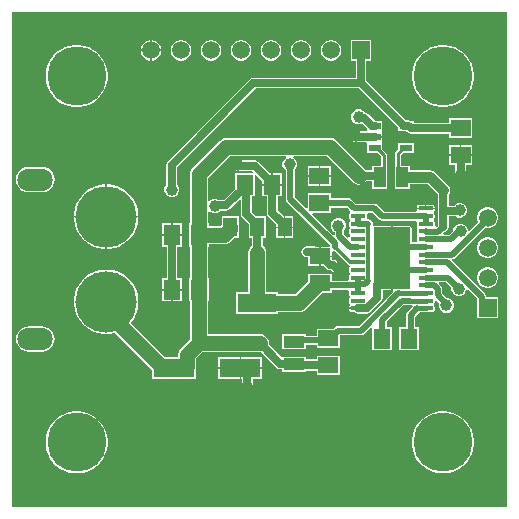
<source format=gbr>
%TF.GenerationSoftware,Altium Limited,Altium Designer,22.8.2 (66)*%
G04 Layer_Physical_Order=1*
G04 Layer_Color=255*
%FSLAX45Y45*%
%MOMM*%
%TF.SameCoordinates,C69CFF7D-580E-4D1C-BBFF-10AAE48A081B*%
%TF.FilePolarity,Positive*%
%TF.FileFunction,Copper,L1,Top,Signal*%
%TF.Part,Single*%
G01*
G75*
%TA.AperFunction,SMDPad,CuDef*%
%ADD10R,1.20000X1.60000*%
%ADD11R,3.30000X1.60000*%
%ADD12R,1.70000X1.40000*%
G04:AMPARAMS|DCode=13|XSize=0.35mm|YSize=1.25mm|CornerRadius=0.05075mm|HoleSize=0mm|Usage=FLASHONLY|Rotation=270.000|XOffset=0mm|YOffset=0mm|HoleType=Round|Shape=RoundedRectangle|*
%AMROUNDEDRECTD13*
21,1,0.35000,1.14850,0,0,270.0*
21,1,0.24850,1.25000,0,0,270.0*
1,1,0.10150,-0.57425,-0.12425*
1,1,0.10150,-0.57425,0.12425*
1,1,0.10150,0.57425,0.12425*
1,1,0.10150,0.57425,-0.12425*
%
%ADD13ROUNDEDRECTD13*%
%ADD14R,3.50000X1.60000*%
G04:AMPARAMS|DCode=15|XSize=3.1mm|YSize=5.18mm|CornerRadius=0.0465mm|HoleSize=0mm|Usage=FLASHONLY|Rotation=180.000|XOffset=0mm|YOffset=0mm|HoleType=Round|Shape=RoundedRectangle|*
%AMROUNDEDRECTD15*
21,1,3.10000,5.08700,0,0,180.0*
21,1,3.00700,5.18000,0,0,180.0*
1,1,0.09300,-1.50350,2.54350*
1,1,0.09300,1.50350,2.54350*
1,1,0.09300,1.50350,-2.54350*
1,1,0.09300,-1.50350,-2.54350*
%
%ADD15ROUNDEDRECTD15*%
%ADD16R,1.05000X0.60000*%
%ADD17R,1.40000X1.70000*%
%ADD18R,1.00000X1.70000*%
%ADD19R,1.70000X1.00000*%
%TA.AperFunction,Conductor*%
%ADD20C,0.50800*%
%ADD21C,0.63500*%
%ADD22C,0.25400*%
%ADD23C,0.88900*%
%ADD24C,0.30480*%
%ADD25C,1.27000*%
%ADD26C,0.70000*%
%ADD27C,0.40000*%
%TA.AperFunction,ComponentPad*%
%ADD28C,1.50000*%
%ADD29R,1.50000X1.50000*%
%ADD30O,3.00000X1.90000*%
%ADD31C,5.20000*%
%TA.AperFunction,ViaPad*%
%ADD32C,5.00000*%
%TA.AperFunction,ComponentPad*%
%ADD33R,1.50000X1.50000*%
%TA.AperFunction,ViaPad*%
%ADD34C,1.00000*%
%ADD35C,0.60000*%
G36*
X2094609Y-2094609D02*
X-2094609D01*
Y2094609D01*
X2094609D01*
Y-2094609D01*
D02*
G37*
%LPC*%
G36*
X-909454Y1857700D02*
X-914650D01*
Y1776350D01*
X-833300D01*
Y1781546D01*
X-839277Y1803851D01*
X-850823Y1823849D01*
X-867151Y1840177D01*
X-887149Y1851723D01*
X-909454Y1857700D01*
D02*
G37*
G36*
X-927350D02*
X-932546D01*
X-954851Y1851723D01*
X-974849Y1840177D01*
X-991177Y1823849D01*
X-1002723Y1803851D01*
X-1008700Y1781546D01*
Y1776350D01*
X-927350D01*
Y1857700D01*
D02*
G37*
G36*
X614546D02*
X591454D01*
X569149Y1851723D01*
X549151Y1840177D01*
X532823Y1823849D01*
X521277Y1803851D01*
X515300Y1781546D01*
Y1758454D01*
X521277Y1736149D01*
X532823Y1716151D01*
X549151Y1699823D01*
X569149Y1688277D01*
X591454Y1682300D01*
X614546D01*
X636851Y1688277D01*
X656849Y1699823D01*
X673177Y1716151D01*
X684723Y1736149D01*
X690700Y1758454D01*
Y1781546D01*
X684723Y1803851D01*
X673177Y1823849D01*
X656849Y1840177D01*
X636851Y1851723D01*
X614546Y1857700D01*
D02*
G37*
G36*
X360546D02*
X337454D01*
X315149Y1851723D01*
X295151Y1840177D01*
X278823Y1823849D01*
X267277Y1803851D01*
X261300Y1781546D01*
Y1758454D01*
X267277Y1736149D01*
X278823Y1716151D01*
X295151Y1699823D01*
X315149Y1688277D01*
X337454Y1682300D01*
X360546D01*
X382851Y1688277D01*
X402849Y1699823D01*
X419177Y1716151D01*
X430723Y1736149D01*
X436700Y1758454D01*
Y1781546D01*
X430723Y1803851D01*
X419177Y1823849D01*
X402849Y1840177D01*
X382851Y1851723D01*
X360546Y1857700D01*
D02*
G37*
G36*
X106546D02*
X83454D01*
X61149Y1851723D01*
X41151Y1840177D01*
X24823Y1823849D01*
X13277Y1803851D01*
X7300Y1781546D01*
Y1758454D01*
X13277Y1736149D01*
X24823Y1716151D01*
X41151Y1699823D01*
X61149Y1688277D01*
X83454Y1682300D01*
X106546D01*
X128851Y1688277D01*
X148849Y1699823D01*
X165177Y1716151D01*
X176723Y1736149D01*
X182700Y1758454D01*
Y1781546D01*
X176723Y1803851D01*
X165177Y1823849D01*
X148849Y1840177D01*
X128851Y1851723D01*
X106546Y1857700D01*
D02*
G37*
G36*
X-147454D02*
X-170546D01*
X-192851Y1851723D01*
X-212849Y1840177D01*
X-229177Y1823849D01*
X-240723Y1803851D01*
X-246700Y1781546D01*
Y1758454D01*
X-240723Y1736149D01*
X-229177Y1716151D01*
X-212849Y1699823D01*
X-192851Y1688277D01*
X-170546Y1682300D01*
X-147454D01*
X-125149Y1688277D01*
X-105151Y1699823D01*
X-88823Y1716151D01*
X-77277Y1736149D01*
X-71300Y1758454D01*
Y1781546D01*
X-77277Y1803851D01*
X-88823Y1823849D01*
X-105151Y1840177D01*
X-125149Y1851723D01*
X-147454Y1857700D01*
D02*
G37*
G36*
X-401454D02*
X-424546D01*
X-446851Y1851723D01*
X-466849Y1840177D01*
X-483177Y1823849D01*
X-494723Y1803851D01*
X-500700Y1781546D01*
Y1758454D01*
X-494723Y1736149D01*
X-483177Y1716151D01*
X-466849Y1699823D01*
X-446851Y1688277D01*
X-424546Y1682300D01*
X-401454D01*
X-379149Y1688277D01*
X-359151Y1699823D01*
X-342823Y1716151D01*
X-331277Y1736149D01*
X-325300Y1758454D01*
Y1781546D01*
X-331277Y1803851D01*
X-342823Y1823849D01*
X-359151Y1840177D01*
X-379149Y1851723D01*
X-401454Y1857700D01*
D02*
G37*
G36*
X-655454D02*
X-678546D01*
X-700851Y1851723D01*
X-720849Y1840177D01*
X-737177Y1823849D01*
X-748723Y1803851D01*
X-754700Y1781546D01*
Y1758454D01*
X-748723Y1736149D01*
X-737177Y1716151D01*
X-720849Y1699823D01*
X-700851Y1688277D01*
X-678546Y1682300D01*
X-655454D01*
X-633149Y1688277D01*
X-613151Y1699823D01*
X-596823Y1716151D01*
X-585277Y1736149D01*
X-579300Y1758454D01*
Y1781546D01*
X-585277Y1803851D01*
X-596823Y1823849D01*
X-613151Y1840177D01*
X-633149Y1851723D01*
X-655454Y1857700D01*
D02*
G37*
G36*
X-833300Y1763650D02*
X-914650D01*
Y1682300D01*
X-909454D01*
X-887149Y1688277D01*
X-867151Y1699823D01*
X-850823Y1716151D01*
X-839277Y1736149D01*
X-833300Y1758454D01*
Y1763650D01*
D02*
G37*
G36*
X-927350D02*
X-1008700D01*
Y1758454D01*
X-1002723Y1736149D01*
X-991177Y1716151D01*
X-974849Y1699823D01*
X-954851Y1688277D01*
X-932546Y1682300D01*
X-927350D01*
Y1763650D01*
D02*
G37*
G36*
X944700Y1857700D02*
X769300D01*
Y1682300D01*
X811679D01*
Y1536821D01*
X-53499D01*
X-53500Y1536821D01*
X-70844Y1533371D01*
X-85547Y1523547D01*
X-85547Y1523546D01*
X-777047Y832047D01*
X-786871Y817344D01*
X-790321Y800000D01*
Y633350D01*
X-798154Y625517D01*
X-807700Y602472D01*
Y577528D01*
X-798154Y554484D01*
X-780517Y536846D01*
X-757472Y527300D01*
X-732528D01*
X-709483Y536846D01*
X-691846Y554484D01*
X-682300Y577528D01*
Y602472D01*
X-691846Y625517D01*
X-699679Y633350D01*
Y781228D01*
X-34728Y1446179D01*
X838227D01*
X1172300Y1112107D01*
Y1087300D01*
X1205324D01*
X1218500Y1084679D01*
X1237728D01*
X1245153Y1077254D01*
X1245153Y1077253D01*
X1259856Y1067429D01*
X1277200Y1063979D01*
X1277201Y1063979D01*
X1602300D01*
Y1026600D01*
X1797700D01*
Y1192000D01*
X1602300D01*
Y1154621D01*
X1302700D01*
Y1172700D01*
X1269676D01*
X1256500Y1175321D01*
X1237272D01*
X902321Y1510273D01*
Y1682300D01*
X944700D01*
Y1857700D01*
D02*
G37*
G36*
X1570675Y1812700D02*
X1529325D01*
X1488484Y1806231D01*
X1449158Y1793454D01*
X1412315Y1774681D01*
X1378862Y1750376D01*
X1349624Y1721138D01*
X1325319Y1687685D01*
X1306546Y1650842D01*
X1293769Y1611516D01*
X1287300Y1570675D01*
Y1529325D01*
X1293769Y1488484D01*
X1306546Y1449158D01*
X1325319Y1412315D01*
X1349624Y1378862D01*
X1378862Y1349624D01*
X1412315Y1325319D01*
X1449158Y1306546D01*
X1488484Y1293769D01*
X1529325Y1287300D01*
X1570675D01*
X1611516Y1293769D01*
X1650842Y1306546D01*
X1687685Y1325319D01*
X1721138Y1349624D01*
X1750376Y1378862D01*
X1774681Y1412315D01*
X1793454Y1449158D01*
X1806231Y1488484D01*
X1812700Y1529325D01*
Y1570675D01*
X1806231Y1611516D01*
X1793454Y1650842D01*
X1774681Y1687685D01*
X1750376Y1721138D01*
X1721138Y1750376D01*
X1687685Y1774681D01*
X1650842Y1793454D01*
X1611516Y1806231D01*
X1570675Y1812700D01*
D02*
G37*
G36*
X-1529325D02*
X-1570675D01*
X-1611516Y1806231D01*
X-1650842Y1793454D01*
X-1687685Y1774681D01*
X-1721138Y1750376D01*
X-1750376Y1721138D01*
X-1774681Y1687685D01*
X-1793454Y1650842D01*
X-1806231Y1611516D01*
X-1812700Y1570675D01*
Y1529325D01*
X-1806231Y1488484D01*
X-1793454Y1449158D01*
X-1774681Y1412315D01*
X-1750376Y1378862D01*
X-1721138Y1349624D01*
X-1687685Y1325319D01*
X-1650842Y1306546D01*
X-1611516Y1293769D01*
X-1570675Y1287300D01*
X-1529325D01*
X-1488484Y1293769D01*
X-1449158Y1306546D01*
X-1412315Y1325319D01*
X-1378862Y1349624D01*
X-1349624Y1378862D01*
X-1325319Y1412315D01*
X-1306546Y1449158D01*
X-1293769Y1488484D01*
X-1287300Y1529325D01*
Y1570675D01*
X-1293769Y1611516D01*
X-1306546Y1650842D01*
X-1325319Y1687685D01*
X-1349624Y1721138D01*
X-1378862Y1750376D01*
X-1412315Y1774681D01*
X-1449158Y1793454D01*
X-1488484Y1806231D01*
X-1529325Y1812700D01*
D02*
G37*
G36*
X849398Y1267919D02*
X824454D01*
X801409Y1258373D01*
X783772Y1240735D01*
X774226Y1217691D01*
Y1192747D01*
X783772Y1169702D01*
X801409Y1152064D01*
X824454Y1142519D01*
X849398D01*
X868836Y1150571D01*
X907300Y1112107D01*
X907300Y1087300D01*
X896766Y1082071D01*
X831339D01*
X815000Y1085321D01*
X797657Y1081871D01*
X782953Y1072047D01*
X773129Y1057344D01*
X769679Y1040000D01*
X773129Y1022656D01*
X782953Y1007953D01*
X786203Y1004703D01*
X800906Y994879D01*
X818250Y991429D01*
X818251Y991429D01*
X898216D01*
X907300Y982700D01*
X907300Y978729D01*
Y897300D01*
X1001075D01*
X1024102Y874273D01*
Y792700D01*
X952300D01*
Y754117D01*
X899522D01*
X892597Y763143D01*
X651393Y1004346D01*
X635475Y1016561D01*
X616939Y1024239D01*
X597046Y1026857D01*
X-285000D01*
X-304892Y1024239D01*
X-323429Y1016561D01*
X-339347Y1004346D01*
X-570047Y773646D01*
X-582261Y757729D01*
X-589939Y739192D01*
X-592558Y719300D01*
Y302700D01*
X-598400D01*
Y107300D01*
X-592558D01*
Y-162300D01*
X-598400D01*
Y-357700D01*
X-592558D01*
Y-678865D01*
X-667847Y-754153D01*
X-680061Y-770071D01*
X-687739Y-788608D01*
X-690358Y-808500D01*
Y-827300D01*
X-804007D01*
X-1092825Y-538482D01*
X-1091996Y-537652D01*
X-1066766Y-502926D01*
X-1047279Y-464681D01*
X-1034015Y-423857D01*
X-1027300Y-381462D01*
Y-338538D01*
X-1034015Y-296143D01*
X-1047279Y-255320D01*
X-1066766Y-217074D01*
X-1091996Y-182348D01*
X-1122348Y-151996D01*
X-1157074Y-126766D01*
X-1195320Y-107279D01*
X-1236143Y-94015D01*
X-1278538Y-87300D01*
X-1321462D01*
X-1363858Y-94015D01*
X-1404681Y-107279D01*
X-1442926Y-126766D01*
X-1477652Y-151996D01*
X-1508004Y-182348D01*
X-1533234Y-217074D01*
X-1552721Y-255320D01*
X-1565985Y-296143D01*
X-1572700Y-338538D01*
Y-381462D01*
X-1565985Y-423857D01*
X-1552721Y-464681D01*
X-1533234Y-502926D01*
X-1508004Y-537652D01*
X-1477652Y-568004D01*
X-1442926Y-593234D01*
X-1404681Y-612721D01*
X-1363858Y-625985D01*
X-1321462Y-632700D01*
X-1278538D01*
X-1236143Y-625985D01*
X-1226003Y-622691D01*
X-912700Y-935993D01*
Y-1012700D01*
X-537300D01*
Y-908499D01*
X-536642Y-903500D01*
X-536642Y-903498D01*
Y-840335D01*
X-483865Y-787557D01*
X700D01*
X7838Y-786618D01*
X140610Y-919390D01*
X156388Y-929932D01*
X175000Y-933635D01*
X175001Y-933634D01*
X192300D01*
Y-952700D01*
X387700D01*
Y-943284D01*
X482300D01*
Y-982000D01*
X677700D01*
Y-816600D01*
X482300D01*
Y-846016D01*
X387700D01*
Y-827300D01*
X192301D01*
X192301Y-827300D01*
Y-827300D01*
X181403Y-822624D01*
X76618Y-717838D01*
X77557Y-710700D01*
X74939Y-690808D01*
X67260Y-672271D01*
X55046Y-656353D01*
X39129Y-644139D01*
X20592Y-636461D01*
X700Y-633842D01*
X-438842D01*
Y-357700D01*
X-433000D01*
Y-162300D01*
X-438842D01*
Y107300D01*
X-433000D01*
Y128142D01*
X-302000D01*
X-282108Y130761D01*
X-263571Y138439D01*
X-247653Y150653D01*
X-221007Y177300D01*
X-177300D01*
Y233392D01*
X-175761Y237108D01*
X-173142Y257000D01*
Y270000D01*
X-175761Y289892D01*
X-177300Y293608D01*
Y362700D01*
X-322700D01*
Y293608D01*
X-323134Y292558D01*
X-333836Y281858D01*
X-433000D01*
Y302700D01*
X-438842D01*
Y402211D01*
X-426142Y407472D01*
X-415517Y396846D01*
X-392472Y387300D01*
X-367528D01*
X-344483Y396846D01*
X-329666Y411663D01*
X-282316D01*
X-264973Y415113D01*
X-250270Y424937D01*
X-172054Y503153D01*
X-160321Y498292D01*
Y385000D01*
X-156871Y367657D01*
X-147047Y352954D01*
X-92700Y298607D01*
Y177300D01*
X-65321D01*
Y116272D01*
X-74347Y109346D01*
X-86561Y93429D01*
X-94239Y74892D01*
X-96858Y55000D01*
Y-277300D01*
X-197700D01*
Y-462700D01*
X157700D01*
Y-446858D01*
X335500D01*
X355392Y-444239D01*
X373929Y-436561D01*
X389847Y-424347D01*
X527194Y-287000D01*
X607700D01*
Y-258847D01*
X745219D01*
X747022Y-260000D01*
X754656Y-271547D01*
X754452Y-272575D01*
Y-297425D01*
X755831Y-304361D01*
X759760Y-310240D01*
Y-324760D01*
X755831Y-330640D01*
X754452Y-337575D01*
Y-362425D01*
X755831Y-369360D01*
X759760Y-375240D01*
Y-389760D01*
X755831Y-395640D01*
X754452Y-402575D01*
Y-408650D01*
X830000D01*
Y-421350D01*
X754452D01*
Y-427425D01*
X755831Y-434361D01*
X759760Y-440240D01*
X765639Y-444169D01*
X772575Y-445548D01*
X796952D01*
X797953Y-447047D01*
X812656Y-456871D01*
X830000Y-460321D01*
X905000D01*
X922344Y-456871D01*
X937047Y-447047D01*
X1026297Y-357797D01*
X1036121Y-343094D01*
X1039571Y-325750D01*
Y-264540D01*
X1111150D01*
Y7500D01*
Y279540D01*
X967150D01*
X966068Y280099D01*
X957353Y290282D01*
X959286Y300000D01*
X956329Y314866D01*
X947908Y327468D01*
X935306Y335889D01*
X920440Y338846D01*
X914781D01*
X912979Y340000D01*
X905344Y351547D01*
X905548Y352575D01*
Y377425D01*
X905344Y378453D01*
X912978Y389999D01*
X914781Y391153D01*
X953909D01*
X1007532Y337531D01*
X1020134Y329110D01*
X1035000Y326153D01*
X1320219D01*
X1322021Y325000D01*
X1329656Y313453D01*
X1329452Y312425D01*
Y287575D01*
X1330831Y280640D01*
X1334760Y274760D01*
Y260240D01*
X1330831Y254360D01*
X1329452Y247425D01*
Y222575D01*
X1330831Y215639D01*
X1334760Y209760D01*
Y195240D01*
X1330831Y189360D01*
X1329452Y182425D01*
Y157575D01*
X1329656Y156547D01*
X1322022Y145000D01*
X1320219Y143846D01*
X1285540D01*
Y261850D01*
X1284193Y268619D01*
X1280358Y274358D01*
X1274619Y278193D01*
X1267850Y279540D01*
X1123850D01*
Y7500D01*
Y-264540D01*
X1124127D01*
X1128987Y-276273D01*
X839107Y-566154D01*
X660700D01*
X645834Y-569111D01*
X633231Y-577531D01*
X622763Y-588000D01*
X482300D01*
Y-646503D01*
X387700D01*
Y-637300D01*
X192300D01*
Y-762700D01*
X387700D01*
Y-724196D01*
X482300D01*
Y-753400D01*
X677700D01*
Y-643847D01*
X855198D01*
X870064Y-640889D01*
X882666Y-632469D01*
X939596Y-575539D01*
X942255Y-575375D01*
X953000Y-584494D01*
X953000Y-588842D01*
Y-772700D01*
X1118400D01*
Y-577300D01*
X1074546D01*
Y-530391D01*
X1216091Y-388847D01*
X1275000D01*
X1289866Y-385889D01*
X1298699Y-395261D01*
X1299022Y-396041D01*
X1249532Y-445531D01*
X1241111Y-458134D01*
X1238154Y-473000D01*
Y-577300D01*
X1181600D01*
Y-772700D01*
X1347000D01*
Y-577300D01*
X1315847D01*
Y-489090D01*
X1356596Y-448341D01*
X1405000D01*
X1417759Y-445803D01*
X1418140Y-445548D01*
X1462425D01*
X1469361Y-444169D01*
X1475240Y-440240D01*
X1479169Y-434361D01*
X1480548Y-427425D01*
Y-402575D01*
X1479169Y-395640D01*
X1475240Y-389760D01*
Y-375240D01*
X1479169Y-369360D01*
X1480548Y-362425D01*
Y-350133D01*
X1493248Y-344873D01*
X1519820Y-371444D01*
X1517300Y-377528D01*
Y-402472D01*
X1526846Y-425517D01*
X1544483Y-443155D01*
X1567528Y-452700D01*
X1592472D01*
X1615516Y-443155D01*
X1633154Y-425517D01*
X1642700Y-402472D01*
Y-377528D01*
X1633154Y-354484D01*
X1615516Y-336846D01*
X1592472Y-327300D01*
X1585551D01*
X1544446Y-286196D01*
Y-250600D01*
X1541489Y-235734D01*
X1533069Y-223131D01*
X1515517Y-205580D01*
X1520377Y-193846D01*
X1573909D01*
X1622300Y-242238D01*
Y-262472D01*
X1631846Y-285517D01*
X1649483Y-303154D01*
X1672528Y-312700D01*
X1697472D01*
X1720516Y-303154D01*
X1738154Y-285517D01*
X1747700Y-262472D01*
Y-259638D01*
X1759433Y-254778D01*
X1841553Y-336898D01*
Y-359400D01*
X1842300Y-363154D01*
Y-496700D01*
X2017700D01*
Y-321300D01*
X1919246D01*
Y-320808D01*
X1916289Y-305941D01*
X1907868Y-293339D01*
X1624843Y-10313D01*
X1626800Y-5588D01*
X1631047Y1443D01*
X1644458Y4110D01*
X1657061Y12531D01*
X1911652Y267123D01*
X1918454Y265300D01*
X1941546D01*
X1963851Y271277D01*
X1983849Y282823D01*
X2000177Y299151D01*
X2011723Y319149D01*
X2017700Y341454D01*
Y364546D01*
X2011723Y386851D01*
X2000177Y406849D01*
X1983849Y423177D01*
X1963851Y434723D01*
X1941546Y440700D01*
X1918454D01*
X1896149Y434723D01*
X1876151Y423177D01*
X1859823Y406849D01*
X1848277Y386851D01*
X1842300Y364546D01*
Y341454D01*
X1848277Y319149D01*
X1850300Y315645D01*
X1774433Y239778D01*
X1762700Y244638D01*
Y247472D01*
X1753154Y270517D01*
X1735516Y288154D01*
X1712472Y297700D01*
X1687528D01*
X1664483Y288154D01*
X1646846Y270517D01*
X1637300Y247472D01*
Y240551D01*
X1605596Y208846D01*
X1559581D01*
X1554721Y220580D01*
X1567004Y232863D01*
X1572343Y233925D01*
X1587047Y243749D01*
X1596871Y258453D01*
X1600321Y275796D01*
Y362695D01*
X1658633D01*
X1659483Y361846D01*
X1682528Y352300D01*
X1707472D01*
X1730516Y361846D01*
X1748154Y379483D01*
X1757700Y402528D01*
Y427472D01*
X1748154Y450516D01*
X1730516Y468154D01*
X1707472Y477700D01*
X1682528D01*
X1659483Y468154D01*
X1644666Y453337D01*
X1600321D01*
Y549960D01*
X1608834Y562701D01*
X1613270Y585000D01*
X1608834Y607299D01*
X1596203Y626203D01*
X1486203Y736203D01*
X1467299Y748834D01*
X1445000Y753270D01*
X1267700D01*
Y792700D01*
X1195898D01*
Y884273D01*
X1208925Y897300D01*
X1302700D01*
Y982700D01*
X1172300D01*
Y933925D01*
X1151688Y913313D01*
X1146074Y904911D01*
X1144102Y895000D01*
Y792700D01*
X1142300D01*
Y597300D01*
X1267700D01*
Y636730D01*
X1420864D01*
X1509679Y547915D01*
Y405000D01*
Y285412D01*
X1498408Y274141D01*
X1487929Y275725D01*
X1480421Y286936D01*
X1480548Y287575D01*
Y312425D01*
X1479169Y319360D01*
X1475240Y325240D01*
Y339760D01*
X1479169Y345639D01*
X1480548Y352575D01*
Y377425D01*
X1479169Y384360D01*
X1475240Y390240D01*
Y404760D01*
X1479169Y410640D01*
X1480548Y417575D01*
Y423650D01*
X1405000D01*
X1329452D01*
Y417575D01*
X1329656Y416547D01*
X1322022Y405000D01*
X1320219Y403846D01*
X1051091D01*
X997469Y457468D01*
X984866Y465889D01*
X970000Y468846D01*
X816890D01*
X782568Y503169D01*
X769965Y511590D01*
X755100Y514547D01*
X602700D01*
Y558400D01*
X407300D01*
Y436049D01*
X395567Y431189D01*
X298846Y527909D01*
Y760176D01*
X308155Y769484D01*
X317700Y792528D01*
Y817472D01*
X308155Y840517D01*
X290517Y858154D01*
X284994Y860442D01*
X287520Y873142D01*
X565211D01*
X783903Y654450D01*
X799821Y642235D01*
X818358Y634557D01*
X838250Y631939D01*
X858142Y634557D01*
X876679Y642235D01*
X892597Y654450D01*
X899522Y663475D01*
X952300D01*
Y597300D01*
X1077700D01*
Y792700D01*
X1075898D01*
Y885000D01*
X1073926Y894911D01*
X1068312Y903313D01*
X1037700Y933925D01*
Y979600D01*
X1037700Y982700D01*
Y992300D01*
X1037700Y995400D01*
Y1028650D01*
X972500D01*
Y1041350D01*
X1037700D01*
Y1074600D01*
X1037700Y1077700D01*
Y1087300D01*
X1037700Y1090400D01*
Y1172700D01*
X985675D01*
X972500Y1175321D01*
X972273D01*
X917312Y1230282D01*
X902609Y1240106D01*
X887755Y1243061D01*
X872443Y1258373D01*
X849398Y1267919D01*
D02*
G37*
G36*
X1797700Y963400D02*
X1706350D01*
Y887050D01*
X1797700D01*
Y963400D01*
D02*
G37*
G36*
X1693650D02*
X1602300D01*
Y887050D01*
X1693650D01*
Y963400D01*
D02*
G37*
G36*
X602700Y787000D02*
X511350D01*
Y710650D01*
X602700D01*
Y787000D01*
D02*
G37*
G36*
X498650D02*
X407300D01*
Y710650D01*
X498650D01*
Y787000D01*
D02*
G37*
G36*
X1797700Y874350D02*
X1700000D01*
X1602300D01*
Y798000D01*
X1654679D01*
Y725000D01*
X1658129Y707656D01*
X1667953Y692953D01*
X1682657Y683129D01*
X1700000Y679679D01*
X1717343Y683129D01*
X1732047Y692953D01*
X1741871Y707656D01*
X1745321Y725000D01*
Y798000D01*
X1797700D01*
Y874350D01*
D02*
G37*
G36*
X602700Y697950D02*
X511350D01*
Y621600D01*
X602700D01*
Y697950D01*
D02*
G37*
G36*
X498650D02*
X407300D01*
Y621600D01*
X498650D01*
Y697950D01*
D02*
G37*
G36*
X-1845000Y783629D02*
X-1955000D01*
X-1983116Y779928D01*
X-2009315Y769076D01*
X-2031813Y751812D01*
X-2049076Y729315D01*
X-2059928Y703115D01*
X-2063630Y675000D01*
X-2059928Y646885D01*
X-2049076Y620685D01*
X-2031813Y598188D01*
X-2009315Y580924D01*
X-1983116Y570072D01*
X-1955000Y566371D01*
X-1845000D01*
X-1816885Y570072D01*
X-1790686Y580924D01*
X-1768188Y598188D01*
X-1750924Y620685D01*
X-1740072Y646885D01*
X-1736371Y675000D01*
X-1740072Y703115D01*
X-1750924Y729315D01*
X-1768188Y751812D01*
X-1790686Y769076D01*
X-1816885Y779928D01*
X-1845000Y783629D01*
D02*
G37*
G36*
X1462425Y460548D02*
X1411350D01*
Y436350D01*
X1480548D01*
Y442425D01*
X1479169Y449360D01*
X1475240Y455240D01*
X1469361Y459168D01*
X1462425Y460548D01*
D02*
G37*
G36*
X1398650D02*
X1347575D01*
X1340639Y459168D01*
X1334760Y455240D01*
X1330831Y449360D01*
X1329452Y442425D01*
Y436350D01*
X1398650D01*
Y460548D01*
D02*
G37*
G36*
X-1278538Y632700D02*
X-1293650D01*
Y366350D01*
X-1027300D01*
Y381462D01*
X-1034015Y423857D01*
X-1047279Y464681D01*
X-1066766Y502926D01*
X-1091996Y537652D01*
X-1122348Y568004D01*
X-1157074Y593234D01*
X-1195320Y612721D01*
X-1236143Y625985D01*
X-1278538Y632700D01*
D02*
G37*
G36*
X-1306350D02*
X-1321462D01*
X-1363858Y625985D01*
X-1404681Y612721D01*
X-1442926Y593234D01*
X-1477652Y568004D01*
X-1508004Y537652D01*
X-1533234Y502926D01*
X-1552721Y464681D01*
X-1565985Y423857D01*
X-1572700Y381462D01*
Y366350D01*
X-1306350D01*
Y632700D01*
D02*
G37*
G36*
X-661600Y302700D02*
X-737950D01*
Y211350D01*
X-661600D01*
Y302700D01*
D02*
G37*
G36*
X-750650D02*
X-827000D01*
Y211350D01*
X-750650D01*
Y302700D01*
D02*
G37*
G36*
X-1027300Y353650D02*
X-1293650D01*
Y87300D01*
X-1278538D01*
X-1236143Y94015D01*
X-1195320Y107279D01*
X-1157074Y126766D01*
X-1122348Y151996D01*
X-1091996Y182348D01*
X-1066766Y217074D01*
X-1047279Y255320D01*
X-1034015Y296143D01*
X-1027300Y338538D01*
Y353650D01*
D02*
G37*
G36*
X-1306350D02*
X-1572700D01*
Y338538D01*
X-1565985Y296143D01*
X-1552721Y255320D01*
X-1533234Y217074D01*
X-1508004Y182348D01*
X-1477652Y151996D01*
X-1442926Y126766D01*
X-1404681Y107279D01*
X-1363858Y94015D01*
X-1321462Y87300D01*
X-1306350D01*
Y353650D01*
D02*
G37*
G36*
X1941546Y186700D02*
X1918454D01*
X1896149Y180723D01*
X1876151Y169177D01*
X1859823Y152849D01*
X1848277Y132851D01*
X1842300Y110546D01*
Y87454D01*
X1848277Y65149D01*
X1859823Y45151D01*
X1876151Y28823D01*
X1896149Y17277D01*
X1918454Y11300D01*
X1941546D01*
X1963851Y17277D01*
X1983849Y28823D01*
X2000177Y45151D01*
X2011723Y65149D01*
X2017700Y87454D01*
Y110546D01*
X2011723Y132851D01*
X2000177Y152849D01*
X1983849Y169177D01*
X1963851Y180723D01*
X1941546Y186700D01*
D02*
G37*
G36*
Y-67300D02*
X1918454D01*
X1896149Y-73277D01*
X1876151Y-84823D01*
X1859823Y-101151D01*
X1848277Y-121149D01*
X1842300Y-143454D01*
Y-166546D01*
X1848277Y-188851D01*
X1859823Y-208849D01*
X1876151Y-225177D01*
X1896149Y-236723D01*
X1918454Y-242700D01*
X1941546D01*
X1963851Y-236723D01*
X1983849Y-225177D01*
X2000177Y-208849D01*
X2011723Y-188851D01*
X2017700Y-166546D01*
Y-143454D01*
X2011723Y-121149D01*
X2000177Y-101151D01*
X1983849Y-84823D01*
X1963851Y-73277D01*
X1941546Y-67300D01*
D02*
G37*
G36*
X-661600Y198650D02*
X-744300D01*
X-827000D01*
Y107300D01*
X-789621D01*
Y-162300D01*
X-827000D01*
Y-253650D01*
X-744300D01*
X-661600D01*
Y-162300D01*
X-698979D01*
Y107300D01*
X-661600D01*
Y198650D01*
D02*
G37*
G36*
Y-266350D02*
X-737950D01*
Y-357700D01*
X-661600D01*
Y-266350D01*
D02*
G37*
G36*
X-750650D02*
X-827000D01*
Y-357700D01*
X-750650D01*
Y-266350D01*
D02*
G37*
G36*
X-1845000Y-566371D02*
X-1955000D01*
X-1983116Y-570072D01*
X-2009315Y-580924D01*
X-2031813Y-598188D01*
X-2049076Y-620685D01*
X-2059928Y-646885D01*
X-2063630Y-675000D01*
X-2059928Y-703115D01*
X-2049076Y-729315D01*
X-2031813Y-751812D01*
X-2009315Y-769076D01*
X-1983116Y-779928D01*
X-1955000Y-783629D01*
X-1845000D01*
X-1816885Y-779928D01*
X-1790686Y-769076D01*
X-1768188Y-751812D01*
X-1750924Y-729315D01*
X-1740072Y-703115D01*
X-1736371Y-675000D01*
X-1740072Y-646885D01*
X-1750924Y-620685D01*
X-1768188Y-598188D01*
X-1790686Y-580924D01*
X-1816885Y-570072D01*
X-1845000Y-566371D01*
D02*
G37*
G36*
X22700Y-827300D02*
X-158650D01*
Y-913650D01*
X22700D01*
Y-827300D01*
D02*
G37*
G36*
X-171350D02*
X-352700D01*
Y-913650D01*
X-171350D01*
Y-827300D01*
D02*
G37*
G36*
Y-926350D02*
X-352700D01*
Y-1012700D01*
X-171350D01*
Y-926350D01*
D02*
G37*
G36*
X22700D02*
X-158650D01*
Y-1012700D01*
X-150321D01*
Y-1070000D01*
X-146871Y-1087343D01*
X-137047Y-1102047D01*
X-122343Y-1111871D01*
X-105000Y-1115321D01*
X-87657Y-1111871D01*
X-72953Y-1102047D01*
X-63129Y-1087343D01*
X-59679Y-1070000D01*
Y-1012700D01*
X22700D01*
Y-926350D01*
D02*
G37*
G36*
X1570675Y-1287300D02*
X1529325D01*
X1488484Y-1293769D01*
X1449158Y-1306546D01*
X1412315Y-1325319D01*
X1378862Y-1349624D01*
X1349624Y-1378862D01*
X1325319Y-1412315D01*
X1306546Y-1449158D01*
X1293769Y-1488484D01*
X1287300Y-1529325D01*
Y-1570675D01*
X1293769Y-1611516D01*
X1306546Y-1650842D01*
X1325319Y-1687685D01*
X1349624Y-1721138D01*
X1378862Y-1750376D01*
X1412315Y-1774681D01*
X1449158Y-1793454D01*
X1488484Y-1806231D01*
X1529325Y-1812700D01*
X1570675D01*
X1611516Y-1806231D01*
X1650842Y-1793454D01*
X1687685Y-1774681D01*
X1721138Y-1750376D01*
X1750376Y-1721138D01*
X1774681Y-1687685D01*
X1793454Y-1650842D01*
X1806231Y-1611516D01*
X1812700Y-1570675D01*
Y-1529325D01*
X1806231Y-1488484D01*
X1793454Y-1449158D01*
X1774681Y-1412315D01*
X1750376Y-1378862D01*
X1721138Y-1349624D01*
X1687685Y-1325319D01*
X1650842Y-1306546D01*
X1611516Y-1293769D01*
X1570675Y-1287300D01*
D02*
G37*
G36*
X-1529325D02*
X-1570675D01*
X-1611516Y-1293769D01*
X-1650842Y-1306546D01*
X-1687685Y-1325319D01*
X-1721138Y-1349624D01*
X-1750376Y-1378862D01*
X-1774681Y-1412315D01*
X-1793454Y-1449158D01*
X-1806231Y-1488484D01*
X-1812700Y-1529325D01*
Y-1570675D01*
X-1806231Y-1611516D01*
X-1793454Y-1650842D01*
X-1774681Y-1687685D01*
X-1750376Y-1721138D01*
X-1721138Y-1750376D01*
X-1687685Y-1774681D01*
X-1650842Y-1793454D01*
X-1611516Y-1806231D01*
X-1570675Y-1812700D01*
X-1529325D01*
X-1488484Y-1806231D01*
X-1449158Y-1793454D01*
X-1412315Y-1774681D01*
X-1378862Y-1750376D01*
X-1349624Y-1721138D01*
X-1325319Y-1687685D01*
X-1306546Y-1650842D01*
X-1293769Y-1611516D01*
X-1287300Y-1570675D01*
Y-1529325D01*
X-1293769Y-1488484D01*
X-1306546Y-1449158D01*
X-1325319Y-1412315D01*
X-1349624Y-1378862D01*
X-1378862Y-1349624D01*
X-1412315Y-1325319D01*
X-1449158Y-1306546D01*
X-1488484Y-1293769D01*
X-1529325Y-1287300D01*
D02*
G37*
%LPD*%
G36*
X225007Y860442D02*
X219484Y858154D01*
X201846Y840517D01*
X192300Y817472D01*
Y792528D01*
X201846Y769484D01*
X219484Y751846D01*
X221153Y751154D01*
Y511818D01*
X224111Y496953D01*
X232531Y484350D01*
X596153Y120728D01*
Y107000D01*
X516350D01*
Y30650D01*
X607700D01*
Y62282D01*
X618102Y69496D01*
X620400Y69058D01*
X633201Y66511D01*
X742596Y-42883D01*
X742596Y-42884D01*
X751838Y-49059D01*
X758435Y-50371D01*
X760364Y-54729D01*
X759764Y-64694D01*
X759640Y-64939D01*
X755831Y-70640D01*
X754452Y-77575D01*
Y-102425D01*
X755831Y-109360D01*
X759760Y-115240D01*
Y-129760D01*
X755831Y-135640D01*
X754452Y-142575D01*
Y-167425D01*
X754656Y-168453D01*
X747021Y-180000D01*
X745219Y-181154D01*
X607700D01*
Y-121600D01*
X412300D01*
Y-184507D01*
X303665Y-293142D01*
X157700D01*
Y-277300D01*
X56858D01*
Y55000D01*
X54239Y74892D01*
X46561Y93429D01*
X34347Y109346D01*
X25321Y116272D01*
Y177300D01*
X52700D01*
Y362700D01*
X-28607D01*
X-69679Y403773D01*
Y532300D01*
X-41600D01*
Y710213D01*
X-29867Y715073D01*
X21600Y663607D01*
Y636350D01*
X97950D01*
Y727700D01*
X85693D01*
X-11670Y825063D01*
X-26373Y834887D01*
X-43716Y838337D01*
X-162367D01*
X-167656Y841871D01*
X-185000Y845321D01*
X-202344Y841871D01*
X-217047Y832047D01*
X-226871Y817344D01*
X-230321Y800000D01*
X-226871Y782656D01*
X-217047Y767953D01*
X-210063Y760970D01*
X-195360Y751145D01*
X-178016Y747695D01*
X-178015Y747695D01*
X-62558D01*
X-55222Y738799D01*
X-59965Y727700D01*
X-207000D01*
Y596394D01*
X-301089Y502305D01*
X-343634D01*
X-344483Y503154D01*
X-367528Y512700D01*
X-392472D01*
X-415517Y503154D01*
X-426142Y492529D01*
X-438842Y497789D01*
Y687464D01*
X-253164Y873142D01*
X222480D01*
X225007Y860442D01*
D02*
G37*
G36*
X754452Y421411D02*
Y417575D01*
X755831Y410640D01*
X759760Y404760D01*
Y390240D01*
X755831Y384360D01*
X754452Y377425D01*
Y352575D01*
X755831Y345639D01*
X759760Y339760D01*
Y325240D01*
X755831Y319360D01*
X754452Y312425D01*
Y287575D01*
X755831Y280640D01*
X759760Y274760D01*
Y260240D01*
X755831Y254360D01*
X754452Y247425D01*
Y222575D01*
X755831Y215639D01*
X759760Y209760D01*
Y195240D01*
X755831Y189360D01*
X755300Y186689D01*
X742708Y181320D01*
X713261Y210767D01*
Y244590D01*
X718155Y249484D01*
X727700Y272528D01*
Y297472D01*
X718155Y320517D01*
X700517Y338155D01*
X677472Y347700D01*
X652528D01*
X629484Y338155D01*
X611846Y320517D01*
X602300Y297472D01*
Y272528D01*
X611846Y249484D01*
X629484Y231846D01*
X635568Y229326D01*
Y209148D01*
X622868Y203888D01*
X445489Y381267D01*
X450349Y393000D01*
X602700D01*
Y436854D01*
X739009D01*
X754452Y421411D01*
D02*
G37*
%LPC*%
G36*
X187000Y727700D02*
X110650D01*
Y636350D01*
X187000D01*
Y727700D01*
D02*
G37*
G36*
X282700Y362700D02*
X216350D01*
Y276350D01*
X282700D01*
Y362700D01*
D02*
G37*
G36*
X187000Y623650D02*
X21600D01*
Y532300D01*
X59679D01*
Y395000D01*
X63129Y377657D01*
X72953Y362954D01*
X137300Y298607D01*
Y276350D01*
X203650D01*
Y362700D01*
X201394D01*
X150321Y413773D01*
Y532300D01*
X187000D01*
Y623650D01*
D02*
G37*
G36*
X282700Y263650D02*
X216350D01*
Y177300D01*
X282700D01*
Y263650D01*
D02*
G37*
G36*
X203650D02*
X137300D01*
Y177300D01*
X203650D01*
Y263650D01*
D02*
G37*
G36*
X471750Y107871D02*
X397450D01*
X380107Y104421D01*
X365404Y94597D01*
X355579Y79893D01*
X352130Y62550D01*
X355579Y45207D01*
X365404Y30503D01*
X380107Y20679D01*
X397450Y17229D01*
X412300D01*
Y-58400D01*
X503650D01*
Y24300D01*
Y107000D01*
X476129D01*
X471750Y107871D01*
D02*
G37*
G36*
X607700Y17950D02*
X516350D01*
Y-58400D01*
X543607D01*
X565269Y-80062D01*
X565269Y-80063D01*
X579973Y-89887D01*
X597316Y-93337D01*
X604366D01*
X618076Y-107046D01*
X618076Y-107047D01*
X632780Y-116871D01*
X650123Y-120321D01*
X660000D01*
X677343Y-116871D01*
X692047Y-107047D01*
X701871Y-92343D01*
X705321Y-75000D01*
X701871Y-57657D01*
X692047Y-42953D01*
X677343Y-33129D01*
X671104Y-31888D01*
X655186Y-15969D01*
X640483Y-6145D01*
X623139Y-2695D01*
X616088D01*
X607700Y5693D01*
Y17950D01*
D02*
G37*
%LPD*%
D10*
X210000Y270000D02*
D03*
X-20000D02*
D03*
X-250000D02*
D03*
D11*
X-20000Y-370000D02*
D03*
D12*
X1700000Y880700D02*
D03*
Y1109300D02*
D03*
X505000Y704300D02*
D03*
Y475700D02*
D03*
X580000Y-899300D02*
D03*
Y-670700D02*
D03*
X510000Y24300D02*
D03*
Y-204300D02*
D03*
D13*
X830000Y-25000D02*
D03*
Y430000D02*
D03*
Y365000D02*
D03*
Y300000D02*
D03*
Y235000D02*
D03*
Y170000D02*
D03*
Y105000D02*
D03*
Y40000D02*
D03*
Y-90000D02*
D03*
Y-155000D02*
D03*
Y-220000D02*
D03*
Y-285000D02*
D03*
Y-350000D02*
D03*
Y-415000D02*
D03*
X1405000Y430000D02*
D03*
Y365000D02*
D03*
Y300000D02*
D03*
Y235000D02*
D03*
Y170000D02*
D03*
Y105000D02*
D03*
Y40000D02*
D03*
Y-25000D02*
D03*
Y-90000D02*
D03*
Y-155000D02*
D03*
Y-220000D02*
D03*
Y-285000D02*
D03*
Y-350000D02*
D03*
Y-415000D02*
D03*
D14*
X-165000Y-920000D02*
D03*
X-725000D02*
D03*
D15*
X1117500Y7500D02*
D03*
D16*
X1237500Y1130000D02*
D03*
Y940000D02*
D03*
X972500D02*
D03*
Y1035000D02*
D03*
Y1130000D02*
D03*
D17*
X-744300Y205000D02*
D03*
X-515700D02*
D03*
X-744300Y-260000D02*
D03*
X-515700D02*
D03*
X104300Y630000D02*
D03*
X-124300D02*
D03*
X1035700Y-675000D02*
D03*
X1264300D02*
D03*
D18*
X1205000Y695000D02*
D03*
X1015000D02*
D03*
D19*
X290000Y-700000D02*
D03*
Y-890000D02*
D03*
D20*
X1240000Y-90000D02*
X1405000D01*
X1629592Y40000D02*
X1930000Y340408D01*
Y353000D01*
X1405000Y40000D02*
X1629592D01*
X1584592Y-25000D02*
X1880400Y-320808D01*
Y-359400D02*
Y-320808D01*
Y-359400D02*
X1930000Y-409000D01*
X1621686Y170000D02*
X1686686Y235000D01*
X1700000D01*
X1405000Y170000D02*
X1621686D01*
X1405000Y-25000D02*
X1584592D01*
X1405000Y-155000D02*
X1590000D01*
X1685000Y-250000D01*
X1505600Y-302287D02*
X1580000Y-376687D01*
X1505600Y-302287D02*
Y-250600D01*
X1580000Y-390000D02*
Y-376687D01*
X1475000Y-220000D02*
X1505600Y-250600D01*
X1405000Y-220000D02*
X1475000D01*
X1406500Y233500D02*
X1512704D01*
X1555000Y275796D01*
X1405000Y235000D02*
X1405000Y235000D01*
X1406500Y233500D01*
X1215000Y105000D02*
X1405000D01*
X1117500Y7500D02*
X1215000Y105000D01*
X1227500Y-102500D02*
X1240000Y-90000D01*
X830000Y300000D02*
X920440D01*
X830000Y310000D02*
Y355000D01*
X837900Y-212100D02*
X892900D01*
X830000Y-220000D02*
X837900Y-212100D01*
X892900D02*
X920440Y-184560D01*
X525700Y-220000D02*
X830000D01*
X510000Y-204300D02*
X525700Y-220000D01*
X260000Y511818D02*
X635000Y136818D01*
X260000Y511818D02*
Y800000D01*
X635000Y105000D02*
Y136818D01*
X674414Y194677D02*
Y275586D01*
X665000Y285000D02*
X674414Y275586D01*
X764091Y105000D02*
X830000D01*
X674414Y194677D02*
X764091Y105000D01*
X970000Y430000D02*
X1035000Y365000D01*
X830000Y430000D02*
X970000D01*
X1035000Y365000D02*
X1405000D01*
Y310000D02*
Y365000D01*
X755100Y475700D02*
X800800Y430000D01*
X505000Y475700D02*
X755100D01*
X800800Y430000D02*
X830000D01*
Y-220000D02*
Y-165000D01*
Y-275000D02*
Y-220000D01*
X1200000Y-350000D02*
X1275000D01*
X1035700Y-514300D02*
X1200000Y-350000D01*
X1277000Y-473000D02*
X1335000Y-415000D01*
X1277000Y-662300D02*
Y-473000D01*
X855198Y-605000D02*
X1170598Y-289600D01*
X1175198D01*
X660700Y-605000D02*
X855198D01*
X595000Y-670700D02*
X660700Y-605000D01*
X565350Y-685350D02*
X580000Y-670700D01*
X595000D01*
X1264300Y-675000D02*
X1277000Y-662300D01*
X290000Y-700000D02*
X304650Y-685350D01*
X565350D01*
X1035700Y-675000D02*
Y-514300D01*
X1405000Y-155000D02*
X1405000Y-155000D01*
D21*
X1555000Y405000D02*
Y585000D01*
Y275796D02*
Y405000D01*
X1558016Y408016D01*
X1688016D02*
X1695000Y415000D01*
X1558016Y408016D02*
X1688016D01*
X830000Y-415000D02*
X905000D01*
X994250Y-325750D01*
Y-219750D01*
X-153250Y-920000D02*
X-105000Y-968250D01*
Y-1070000D02*
Y-968250D01*
X-165000Y-920000D02*
X-153250D01*
X-43716Y793016D02*
X104300Y645000D01*
X-185000Y800000D02*
X-178016Y793016D01*
X104300Y630000D02*
Y645000D01*
X-178016Y793016D02*
X-43716D01*
X650123Y-75000D02*
X660000D01*
X597316Y-48016D02*
X623139D01*
X650123Y-75000D01*
X525000Y24300D02*
X597316Y-48016D01*
X885265Y1198235D02*
X953500Y1130000D01*
X836926Y1205219D02*
X843910Y1198235D01*
X953500Y1130000D02*
X972500D01*
X843910Y1198235D02*
X885265D01*
X1700000Y725000D02*
Y880700D01*
X-1300000Y360000D02*
X-1176472D01*
X-744300Y-260000D02*
Y205000D01*
X-745000Y590000D02*
Y800000D01*
X-53500Y1491500D01*
X857000D01*
X1001500Y-212500D02*
X1007500D01*
X994250Y-219750D02*
X1001500Y-212500D01*
X1256500Y1130000D02*
X1277200Y1109300D01*
X1700000D01*
X1237500Y1130000D02*
X1256500D01*
X970750Y1036750D02*
X972500Y1035000D01*
X818250Y1036750D02*
X970750D01*
X815000Y1040000D02*
X818250Y1036750D01*
X105000Y395000D02*
Y629300D01*
X104300Y630000D02*
X105000Y629300D01*
X210000Y270000D02*
Y290000D01*
X105000Y395000D02*
X210000Y290000D01*
Y250000D02*
Y270000D01*
X397450Y62550D02*
X471750D01*
X510000Y24300D01*
X525000D01*
X838250Y708796D02*
X1001204D01*
X1015000Y695000D01*
X857000Y1491500D02*
X1218500Y1130000D01*
X1237500D01*
X857000Y1491500D02*
Y1770000D01*
X-20000Y270000D02*
Y290000D01*
Y55000D02*
Y270000D01*
X-373016Y456984D02*
X-282316D01*
X-124300Y615000D02*
Y630000D01*
X-282316Y456984D02*
X-124300Y615000D01*
X-380000Y450000D02*
X-373016Y456984D01*
X-115000Y385000D02*
Y620700D01*
Y385000D02*
X-20000Y290000D01*
D22*
X1170000Y895000D02*
X1215000Y940000D01*
X1170000Y730000D02*
Y895000D01*
X995000Y940000D02*
X1050000Y885000D01*
Y730000D02*
Y885000D01*
X972500Y940000D02*
X995000D01*
X1015000Y695000D02*
X1050000Y730000D01*
X1170000Y730000D02*
X1205000Y695000D01*
X1215000Y940000D02*
X1237500D01*
D23*
X1205000Y695000D02*
X1445000D01*
X1555000Y585000D01*
D24*
X920440Y-184560D02*
Y300000D01*
X762740Y-22740D02*
X827740D01*
X635000Y105000D02*
X762740Y-22740D01*
X827740D02*
X830000Y-25000D01*
D25*
X597046Y950000D02*
X838250Y708796D01*
X-285000Y950000D02*
X597046D01*
X-515700Y719300D02*
X-285000Y950000D01*
X-515700Y205000D02*
Y719300D01*
X335500Y-370000D02*
X488500Y-217000D01*
Y-210800D01*
X495000Y-204300D01*
X-20000Y-370000D02*
X335500D01*
X495000Y-204300D02*
X510000D01*
X-20000Y-370000D02*
Y55000D01*
X-1300000Y-440000D02*
X-820000Y-920000D01*
X-515700Y-710700D02*
Y-260000D01*
Y205000D01*
Y-710700D02*
X700D01*
X-613500Y-808500D02*
X-515700Y-710700D01*
X-820000Y-920000D02*
X-725000D01*
X-630000D01*
X-613500Y-903500D01*
Y-808500D01*
X-1300000Y-440000D02*
Y-360000D01*
X-302000Y205000D02*
X-250000Y257000D01*
Y270000D01*
X-515700Y205000D02*
X-302000D01*
D26*
X700Y-710700D02*
X175000Y-885000D01*
X285000D01*
X290000Y-890000D02*
X294650Y-894650D01*
X575350D01*
X580000Y-899300D01*
X285000Y-885000D02*
X290000Y-890000D01*
D27*
X1275000Y-350000D02*
X1405000D01*
X1335000Y-415000D02*
X1405000D01*
X1179797Y-285000D02*
X1405000D01*
X1175198Y-289600D02*
X1179797Y-285000D01*
D28*
X-921000Y1770000D02*
D03*
X-667000D02*
D03*
X-413000D02*
D03*
X-159000D02*
D03*
X95000D02*
D03*
X349000D02*
D03*
X603000D02*
D03*
X1930000Y353000D02*
D03*
Y99000D02*
D03*
Y-155000D02*
D03*
D29*
X857000Y1770000D02*
D03*
D30*
X-1900000Y675000D02*
D03*
Y-675000D02*
D03*
D31*
X-1300000Y360000D02*
D03*
Y-360000D02*
D03*
D32*
X1550000Y1550000D02*
D03*
X-1550000D02*
D03*
X1550000Y-1550000D02*
D03*
X-1550000D02*
D03*
D33*
X1930000Y-409000D02*
D03*
D34*
X172667Y-1212775D02*
D03*
X71708Y-1361489D02*
D03*
X252667Y-1367775D02*
D03*
X-1233715Y-1063526D02*
D03*
X-1334674Y-1212241D02*
D03*
X-1153715Y-1218527D02*
D03*
X-1859412Y1244088D02*
D03*
X-1960370Y1095374D02*
D03*
X-1779411Y1089088D02*
D03*
X750000Y-1225000D02*
D03*
X649042Y-1373715D02*
D03*
X830000Y-1380001D02*
D03*
X1700000Y235000D02*
D03*
X1685000Y-250000D02*
D03*
X1580000Y-390000D02*
D03*
X-105000Y-1070000D02*
D03*
X1429612Y959247D02*
D03*
X-322173Y670471D02*
D03*
X-155000Y1140000D02*
D03*
X1639473Y-580627D02*
D03*
X1695000Y415000D02*
D03*
X-185000Y800000D02*
D03*
X660000Y-75000D02*
D03*
X-600000Y1150000D02*
D03*
X-750000Y1015000D02*
D03*
X-785000Y1200000D02*
D03*
X1904037Y1976155D02*
D03*
X1819037Y1861155D02*
D03*
X1979951Y1844141D02*
D03*
X-1217243Y1934950D02*
D03*
X-1302244Y1819950D02*
D03*
X-1141329Y1802935D02*
D03*
X-1248147Y1136603D02*
D03*
X-1333147Y1021603D02*
D03*
X-1172233Y1004588D02*
D03*
X-1965000Y-1645000D02*
D03*
X-1995000Y-1420000D02*
D03*
X-1830000Y-1795000D02*
D03*
X-1815000Y75000D02*
D03*
X-1900000Y-40000D02*
D03*
X-1739086Y-57015D02*
D03*
X1690000Y-895000D02*
D03*
X1605000Y-1010000D02*
D03*
X1765914Y-1027015D02*
D03*
X-735000Y-1415000D02*
D03*
X-820000Y-1530000D02*
D03*
X-659086Y-1547015D02*
D03*
X46059Y-1749076D02*
D03*
X-106762Y-1754736D02*
D03*
X-16202Y-1613235D02*
D03*
X900000Y-1860000D02*
D03*
X719041Y-1853714D02*
D03*
X820000Y-1705000D02*
D03*
X836926Y1205219D02*
D03*
X1700000Y725000D02*
D03*
X-745000Y590000D02*
D03*
X815000Y1040000D02*
D03*
X820000Y570000D02*
D03*
X255000Y805000D02*
D03*
X665000Y285000D02*
D03*
X-380000Y450000D02*
D03*
D35*
X1007500Y-212500D02*
D03*
Y227500D02*
D03*
X1117500D02*
D03*
X1227500D02*
D03*
X1007500Y117500D02*
D03*
X1117500D02*
D03*
X1227500D02*
D03*
X1007500Y7500D02*
D03*
X1117500D02*
D03*
X1227500D02*
D03*
X1007500Y-102500D02*
D03*
X1117500D02*
D03*
X1227500D02*
D03*
X1117500Y-212500D02*
D03*
X1227500D02*
D03*
%TF.MD5,ad243718f58c457ad4fbb7d4d6b5022a*%
M02*

</source>
